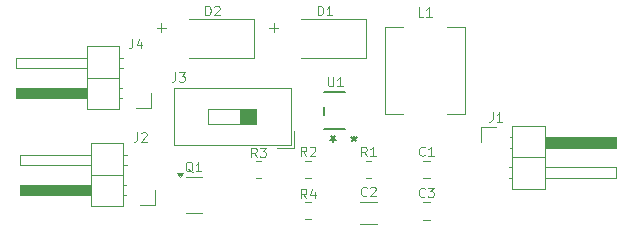
<source format=gbr>
%TF.GenerationSoftware,KiCad,Pcbnew,9.0.4*%
%TF.CreationDate,2025-10-16T10:52:12+01:00*%
%TF.ProjectId,tinySolarSupply,74696e79-536f-46c6-9172-537570706c79,rev?*%
%TF.SameCoordinates,Original*%
%TF.FileFunction,Legend,Top*%
%TF.FilePolarity,Positive*%
%FSLAX46Y46*%
G04 Gerber Fmt 4.6, Leading zero omitted, Abs format (unit mm)*
G04 Created by KiCad (PCBNEW 9.0.4) date 2025-10-16 10:52:12*
%MOMM*%
%LPD*%
G01*
G04 APERTURE LIST*
%ADD10C,0.100000*%
%ADD11C,0.150000*%
%ADD12C,0.152400*%
%ADD13C,0.120000*%
G04 APERTURE END LIST*
D10*
X116303884Y-136491466D02*
X117065789Y-136491466D01*
X116684836Y-136872419D02*
X116684836Y-136110514D01*
X106803884Y-136491466D02*
X107565789Y-136491466D01*
X107184836Y-136872419D02*
X107184836Y-136110514D01*
X121290476Y-140664895D02*
X121290476Y-141312514D01*
X121290476Y-141312514D02*
X121328571Y-141388704D01*
X121328571Y-141388704D02*
X121366666Y-141426800D01*
X121366666Y-141426800D02*
X121442857Y-141464895D01*
X121442857Y-141464895D02*
X121595238Y-141464895D01*
X121595238Y-141464895D02*
X121671428Y-141426800D01*
X121671428Y-141426800D02*
X121709523Y-141388704D01*
X121709523Y-141388704D02*
X121747619Y-141312514D01*
X121747619Y-141312514D02*
X121747619Y-140664895D01*
X122547618Y-141464895D02*
X122090475Y-141464895D01*
X122319047Y-141464895D02*
X122319047Y-140664895D01*
X122319047Y-140664895D02*
X122242856Y-140779180D01*
X122242856Y-140779180D02*
X122166666Y-140855371D01*
X122166666Y-140855371D02*
X122090475Y-140893466D01*
D11*
X121724901Y-146145178D02*
X121724901Y-145907083D01*
X121962996Y-146002321D02*
X121724901Y-145907083D01*
X121724901Y-145907083D02*
X121486806Y-146002321D01*
X121867758Y-145716607D02*
X121724901Y-145907083D01*
X121724901Y-145907083D02*
X121582044Y-145716607D01*
X123478901Y-145655818D02*
X123478901Y-145893913D01*
X123240806Y-145798675D02*
X123478901Y-145893913D01*
X123478901Y-145893913D02*
X123716996Y-145798675D01*
X123336044Y-146084389D02*
X123478901Y-145893913D01*
X123478901Y-145893913D02*
X123621758Y-146084389D01*
D10*
X129366666Y-135564895D02*
X128985714Y-135564895D01*
X128985714Y-135564895D02*
X128985714Y-134764895D01*
X130052380Y-135564895D02*
X129595237Y-135564895D01*
X129823809Y-135564895D02*
X129823809Y-134764895D01*
X129823809Y-134764895D02*
X129747618Y-134879180D01*
X129747618Y-134879180D02*
X129671428Y-134955371D01*
X129671428Y-134955371D02*
X129595237Y-134993466D01*
X115266667Y-147464895D02*
X115000000Y-147083942D01*
X114809524Y-147464895D02*
X114809524Y-146664895D01*
X114809524Y-146664895D02*
X115114286Y-146664895D01*
X115114286Y-146664895D02*
X115190476Y-146702990D01*
X115190476Y-146702990D02*
X115228571Y-146741085D01*
X115228571Y-146741085D02*
X115266667Y-146817276D01*
X115266667Y-146817276D02*
X115266667Y-146931561D01*
X115266667Y-146931561D02*
X115228571Y-147007752D01*
X115228571Y-147007752D02*
X115190476Y-147045847D01*
X115190476Y-147045847D02*
X115114286Y-147083942D01*
X115114286Y-147083942D02*
X114809524Y-147083942D01*
X115533333Y-146664895D02*
X116028571Y-146664895D01*
X116028571Y-146664895D02*
X115761905Y-146969657D01*
X115761905Y-146969657D02*
X115876190Y-146969657D01*
X115876190Y-146969657D02*
X115952381Y-147007752D01*
X115952381Y-147007752D02*
X115990476Y-147045847D01*
X115990476Y-147045847D02*
X116028571Y-147122038D01*
X116028571Y-147122038D02*
X116028571Y-147312514D01*
X116028571Y-147312514D02*
X115990476Y-147388704D01*
X115990476Y-147388704D02*
X115952381Y-147426800D01*
X115952381Y-147426800D02*
X115876190Y-147464895D01*
X115876190Y-147464895D02*
X115647619Y-147464895D01*
X115647619Y-147464895D02*
X115571428Y-147426800D01*
X115571428Y-147426800D02*
X115533333Y-147388704D01*
X108358333Y-140264895D02*
X108358333Y-140836323D01*
X108358333Y-140836323D02*
X108320238Y-140950609D01*
X108320238Y-140950609D02*
X108244047Y-141026800D01*
X108244047Y-141026800D02*
X108129762Y-141064895D01*
X108129762Y-141064895D02*
X108053571Y-141064895D01*
X108663095Y-140264895D02*
X109158333Y-140264895D01*
X109158333Y-140264895D02*
X108891667Y-140569657D01*
X108891667Y-140569657D02*
X109005952Y-140569657D01*
X109005952Y-140569657D02*
X109082143Y-140607752D01*
X109082143Y-140607752D02*
X109120238Y-140645847D01*
X109120238Y-140645847D02*
X109158333Y-140722038D01*
X109158333Y-140722038D02*
X109158333Y-140912514D01*
X109158333Y-140912514D02*
X109120238Y-140988704D01*
X109120238Y-140988704D02*
X109082143Y-141026800D01*
X109082143Y-141026800D02*
X109005952Y-141064895D01*
X109005952Y-141064895D02*
X108777381Y-141064895D01*
X108777381Y-141064895D02*
X108701190Y-141026800D01*
X108701190Y-141026800D02*
X108663095Y-140988704D01*
X135233333Y-143664895D02*
X135233333Y-144236323D01*
X135233333Y-144236323D02*
X135195238Y-144350609D01*
X135195238Y-144350609D02*
X135119047Y-144426800D01*
X135119047Y-144426800D02*
X135004762Y-144464895D01*
X135004762Y-144464895D02*
X134928571Y-144464895D01*
X136033333Y-144464895D02*
X135576190Y-144464895D01*
X135804762Y-144464895D02*
X135804762Y-143664895D01*
X135804762Y-143664895D02*
X135728571Y-143779180D01*
X135728571Y-143779180D02*
X135652381Y-143855371D01*
X135652381Y-143855371D02*
X135576190Y-143893466D01*
X105133333Y-145364895D02*
X105133333Y-145936323D01*
X105133333Y-145936323D02*
X105095238Y-146050609D01*
X105095238Y-146050609D02*
X105019047Y-146126800D01*
X105019047Y-146126800D02*
X104904762Y-146164895D01*
X104904762Y-146164895D02*
X104828571Y-146164895D01*
X105476190Y-145441085D02*
X105514286Y-145402990D01*
X105514286Y-145402990D02*
X105590476Y-145364895D01*
X105590476Y-145364895D02*
X105780952Y-145364895D01*
X105780952Y-145364895D02*
X105857143Y-145402990D01*
X105857143Y-145402990D02*
X105895238Y-145441085D01*
X105895238Y-145441085D02*
X105933333Y-145517276D01*
X105933333Y-145517276D02*
X105933333Y-145593466D01*
X105933333Y-145593466D02*
X105895238Y-145707752D01*
X105895238Y-145707752D02*
X105438095Y-146164895D01*
X105438095Y-146164895D02*
X105933333Y-146164895D01*
X129466667Y-147288704D02*
X129428571Y-147326800D01*
X129428571Y-147326800D02*
X129314286Y-147364895D01*
X129314286Y-147364895D02*
X129238095Y-147364895D01*
X129238095Y-147364895D02*
X129123809Y-147326800D01*
X129123809Y-147326800D02*
X129047619Y-147250609D01*
X129047619Y-147250609D02*
X129009524Y-147174419D01*
X129009524Y-147174419D02*
X128971428Y-147022038D01*
X128971428Y-147022038D02*
X128971428Y-146907752D01*
X128971428Y-146907752D02*
X129009524Y-146755371D01*
X129009524Y-146755371D02*
X129047619Y-146679180D01*
X129047619Y-146679180D02*
X129123809Y-146602990D01*
X129123809Y-146602990D02*
X129238095Y-146564895D01*
X129238095Y-146564895D02*
X129314286Y-146564895D01*
X129314286Y-146564895D02*
X129428571Y-146602990D01*
X129428571Y-146602990D02*
X129466667Y-146641085D01*
X130228571Y-147364895D02*
X129771428Y-147364895D01*
X130000000Y-147364895D02*
X130000000Y-146564895D01*
X130000000Y-146564895D02*
X129923809Y-146679180D01*
X129923809Y-146679180D02*
X129847619Y-146755371D01*
X129847619Y-146755371D02*
X129771428Y-146793466D01*
X120409524Y-135464895D02*
X120409524Y-134664895D01*
X120409524Y-134664895D02*
X120600000Y-134664895D01*
X120600000Y-134664895D02*
X120714286Y-134702990D01*
X120714286Y-134702990D02*
X120790476Y-134779180D01*
X120790476Y-134779180D02*
X120828571Y-134855371D01*
X120828571Y-134855371D02*
X120866667Y-135007752D01*
X120866667Y-135007752D02*
X120866667Y-135122038D01*
X120866667Y-135122038D02*
X120828571Y-135274419D01*
X120828571Y-135274419D02*
X120790476Y-135350609D01*
X120790476Y-135350609D02*
X120714286Y-135426800D01*
X120714286Y-135426800D02*
X120600000Y-135464895D01*
X120600000Y-135464895D02*
X120409524Y-135464895D01*
X121628571Y-135464895D02*
X121171428Y-135464895D01*
X121400000Y-135464895D02*
X121400000Y-134664895D01*
X121400000Y-134664895D02*
X121323809Y-134779180D01*
X121323809Y-134779180D02*
X121247619Y-134855371D01*
X121247619Y-134855371D02*
X121171428Y-134893466D01*
X119466667Y-150964895D02*
X119200000Y-150583942D01*
X119009524Y-150964895D02*
X119009524Y-150164895D01*
X119009524Y-150164895D02*
X119314286Y-150164895D01*
X119314286Y-150164895D02*
X119390476Y-150202990D01*
X119390476Y-150202990D02*
X119428571Y-150241085D01*
X119428571Y-150241085D02*
X119466667Y-150317276D01*
X119466667Y-150317276D02*
X119466667Y-150431561D01*
X119466667Y-150431561D02*
X119428571Y-150507752D01*
X119428571Y-150507752D02*
X119390476Y-150545847D01*
X119390476Y-150545847D02*
X119314286Y-150583942D01*
X119314286Y-150583942D02*
X119009524Y-150583942D01*
X120152381Y-150431561D02*
X120152381Y-150964895D01*
X119961905Y-150126800D02*
X119771428Y-150698228D01*
X119771428Y-150698228D02*
X120266667Y-150698228D01*
X119466667Y-147364895D02*
X119200000Y-146983942D01*
X119009524Y-147364895D02*
X119009524Y-146564895D01*
X119009524Y-146564895D02*
X119314286Y-146564895D01*
X119314286Y-146564895D02*
X119390476Y-146602990D01*
X119390476Y-146602990D02*
X119428571Y-146641085D01*
X119428571Y-146641085D02*
X119466667Y-146717276D01*
X119466667Y-146717276D02*
X119466667Y-146831561D01*
X119466667Y-146831561D02*
X119428571Y-146907752D01*
X119428571Y-146907752D02*
X119390476Y-146945847D01*
X119390476Y-146945847D02*
X119314286Y-146983942D01*
X119314286Y-146983942D02*
X119009524Y-146983942D01*
X119771428Y-146641085D02*
X119809524Y-146602990D01*
X119809524Y-146602990D02*
X119885714Y-146564895D01*
X119885714Y-146564895D02*
X120076190Y-146564895D01*
X120076190Y-146564895D02*
X120152381Y-146602990D01*
X120152381Y-146602990D02*
X120190476Y-146641085D01*
X120190476Y-146641085D02*
X120228571Y-146717276D01*
X120228571Y-146717276D02*
X120228571Y-146793466D01*
X120228571Y-146793466D02*
X120190476Y-146907752D01*
X120190476Y-146907752D02*
X119733333Y-147364895D01*
X119733333Y-147364895D02*
X120228571Y-147364895D01*
X124566667Y-147389895D02*
X124300000Y-147008942D01*
X124109524Y-147389895D02*
X124109524Y-146589895D01*
X124109524Y-146589895D02*
X124414286Y-146589895D01*
X124414286Y-146589895D02*
X124490476Y-146627990D01*
X124490476Y-146627990D02*
X124528571Y-146666085D01*
X124528571Y-146666085D02*
X124566667Y-146742276D01*
X124566667Y-146742276D02*
X124566667Y-146856561D01*
X124566667Y-146856561D02*
X124528571Y-146932752D01*
X124528571Y-146932752D02*
X124490476Y-146970847D01*
X124490476Y-146970847D02*
X124414286Y-147008942D01*
X124414286Y-147008942D02*
X124109524Y-147008942D01*
X125328571Y-147389895D02*
X124871428Y-147389895D01*
X125100000Y-147389895D02*
X125100000Y-146589895D01*
X125100000Y-146589895D02*
X125023809Y-146704180D01*
X125023809Y-146704180D02*
X124947619Y-146780371D01*
X124947619Y-146780371D02*
X124871428Y-146818466D01*
X109823809Y-148741085D02*
X109747619Y-148702990D01*
X109747619Y-148702990D02*
X109671428Y-148626800D01*
X109671428Y-148626800D02*
X109557142Y-148512514D01*
X109557142Y-148512514D02*
X109480952Y-148474419D01*
X109480952Y-148474419D02*
X109404761Y-148474419D01*
X109442857Y-148664895D02*
X109366666Y-148626800D01*
X109366666Y-148626800D02*
X109290476Y-148550609D01*
X109290476Y-148550609D02*
X109252380Y-148398228D01*
X109252380Y-148398228D02*
X109252380Y-148131561D01*
X109252380Y-148131561D02*
X109290476Y-147979180D01*
X109290476Y-147979180D02*
X109366666Y-147902990D01*
X109366666Y-147902990D02*
X109442857Y-147864895D01*
X109442857Y-147864895D02*
X109595238Y-147864895D01*
X109595238Y-147864895D02*
X109671428Y-147902990D01*
X109671428Y-147902990D02*
X109747619Y-147979180D01*
X109747619Y-147979180D02*
X109785714Y-148131561D01*
X109785714Y-148131561D02*
X109785714Y-148398228D01*
X109785714Y-148398228D02*
X109747619Y-148550609D01*
X109747619Y-148550609D02*
X109671428Y-148626800D01*
X109671428Y-148626800D02*
X109595238Y-148664895D01*
X109595238Y-148664895D02*
X109442857Y-148664895D01*
X110547618Y-148664895D02*
X110090475Y-148664895D01*
X110319047Y-148664895D02*
X110319047Y-147864895D01*
X110319047Y-147864895D02*
X110242856Y-147979180D01*
X110242856Y-147979180D02*
X110166666Y-148055371D01*
X110166666Y-148055371D02*
X110090475Y-148093466D01*
X110909524Y-135464895D02*
X110909524Y-134664895D01*
X110909524Y-134664895D02*
X111100000Y-134664895D01*
X111100000Y-134664895D02*
X111214286Y-134702990D01*
X111214286Y-134702990D02*
X111290476Y-134779180D01*
X111290476Y-134779180D02*
X111328571Y-134855371D01*
X111328571Y-134855371D02*
X111366667Y-135007752D01*
X111366667Y-135007752D02*
X111366667Y-135122038D01*
X111366667Y-135122038D02*
X111328571Y-135274419D01*
X111328571Y-135274419D02*
X111290476Y-135350609D01*
X111290476Y-135350609D02*
X111214286Y-135426800D01*
X111214286Y-135426800D02*
X111100000Y-135464895D01*
X111100000Y-135464895D02*
X110909524Y-135464895D01*
X111671428Y-134741085D02*
X111709524Y-134702990D01*
X111709524Y-134702990D02*
X111785714Y-134664895D01*
X111785714Y-134664895D02*
X111976190Y-134664895D01*
X111976190Y-134664895D02*
X112052381Y-134702990D01*
X112052381Y-134702990D02*
X112090476Y-134741085D01*
X112090476Y-134741085D02*
X112128571Y-134817276D01*
X112128571Y-134817276D02*
X112128571Y-134893466D01*
X112128571Y-134893466D02*
X112090476Y-135007752D01*
X112090476Y-135007752D02*
X111633333Y-135464895D01*
X111633333Y-135464895D02*
X112128571Y-135464895D01*
X129466667Y-150788704D02*
X129428571Y-150826800D01*
X129428571Y-150826800D02*
X129314286Y-150864895D01*
X129314286Y-150864895D02*
X129238095Y-150864895D01*
X129238095Y-150864895D02*
X129123809Y-150826800D01*
X129123809Y-150826800D02*
X129047619Y-150750609D01*
X129047619Y-150750609D02*
X129009524Y-150674419D01*
X129009524Y-150674419D02*
X128971428Y-150522038D01*
X128971428Y-150522038D02*
X128971428Y-150407752D01*
X128971428Y-150407752D02*
X129009524Y-150255371D01*
X129009524Y-150255371D02*
X129047619Y-150179180D01*
X129047619Y-150179180D02*
X129123809Y-150102990D01*
X129123809Y-150102990D02*
X129238095Y-150064895D01*
X129238095Y-150064895D02*
X129314286Y-150064895D01*
X129314286Y-150064895D02*
X129428571Y-150102990D01*
X129428571Y-150102990D02*
X129466667Y-150141085D01*
X129733333Y-150064895D02*
X130228571Y-150064895D01*
X130228571Y-150064895D02*
X129961905Y-150369657D01*
X129961905Y-150369657D02*
X130076190Y-150369657D01*
X130076190Y-150369657D02*
X130152381Y-150407752D01*
X130152381Y-150407752D02*
X130190476Y-150445847D01*
X130190476Y-150445847D02*
X130228571Y-150522038D01*
X130228571Y-150522038D02*
X130228571Y-150712514D01*
X130228571Y-150712514D02*
X130190476Y-150788704D01*
X130190476Y-150788704D02*
X130152381Y-150826800D01*
X130152381Y-150826800D02*
X130076190Y-150864895D01*
X130076190Y-150864895D02*
X129847619Y-150864895D01*
X129847619Y-150864895D02*
X129771428Y-150826800D01*
X129771428Y-150826800D02*
X129733333Y-150788704D01*
X124566667Y-150688704D02*
X124528571Y-150726800D01*
X124528571Y-150726800D02*
X124414286Y-150764895D01*
X124414286Y-150764895D02*
X124338095Y-150764895D01*
X124338095Y-150764895D02*
X124223809Y-150726800D01*
X124223809Y-150726800D02*
X124147619Y-150650609D01*
X124147619Y-150650609D02*
X124109524Y-150574419D01*
X124109524Y-150574419D02*
X124071428Y-150422038D01*
X124071428Y-150422038D02*
X124071428Y-150307752D01*
X124071428Y-150307752D02*
X124109524Y-150155371D01*
X124109524Y-150155371D02*
X124147619Y-150079180D01*
X124147619Y-150079180D02*
X124223809Y-150002990D01*
X124223809Y-150002990D02*
X124338095Y-149964895D01*
X124338095Y-149964895D02*
X124414286Y-149964895D01*
X124414286Y-149964895D02*
X124528571Y-150002990D01*
X124528571Y-150002990D02*
X124566667Y-150041085D01*
X124871428Y-150041085D02*
X124909524Y-150002990D01*
X124909524Y-150002990D02*
X124985714Y-149964895D01*
X124985714Y-149964895D02*
X125176190Y-149964895D01*
X125176190Y-149964895D02*
X125252381Y-150002990D01*
X125252381Y-150002990D02*
X125290476Y-150041085D01*
X125290476Y-150041085D02*
X125328571Y-150117276D01*
X125328571Y-150117276D02*
X125328571Y-150193466D01*
X125328571Y-150193466D02*
X125290476Y-150307752D01*
X125290476Y-150307752D02*
X124833333Y-150764895D01*
X124833333Y-150764895D02*
X125328571Y-150764895D01*
X104733333Y-137464895D02*
X104733333Y-138036323D01*
X104733333Y-138036323D02*
X104695238Y-138150609D01*
X104695238Y-138150609D02*
X104619047Y-138226800D01*
X104619047Y-138226800D02*
X104504762Y-138264895D01*
X104504762Y-138264895D02*
X104428571Y-138264895D01*
X105457143Y-137731561D02*
X105457143Y-138264895D01*
X105266667Y-137426800D02*
X105076190Y-137998228D01*
X105076190Y-137998228D02*
X105571429Y-137998228D01*
D12*
%TO.C,U1*%
X120960751Y-145124799D02*
X122764151Y-145124799D01*
X120960751Y-143211738D02*
X120960751Y-143888260D01*
X122764151Y-141975199D02*
X120960751Y-141975199D01*
D13*
%TO.C,L1*%
X132900000Y-136430000D02*
X131400000Y-136430000D01*
X126100000Y-136430000D02*
X127600000Y-136430000D01*
X126100000Y-136430000D02*
X126100000Y-143830000D01*
X132900000Y-143830000D02*
X132900000Y-136430000D01*
X132900000Y-143830000D02*
X131400000Y-143830000D01*
X126100000Y-143830000D02*
X127600000Y-143830000D01*
%TO.C,R3*%
X115639564Y-149235000D02*
X115185436Y-149235000D01*
X115639564Y-147765000D02*
X115185436Y-147765000D01*
%TO.C,J3*%
X118380000Y-146660000D02*
X118380000Y-145277000D01*
X118380000Y-146660000D02*
X116997000Y-146660000D01*
X118140000Y-146420000D02*
X118140000Y-141580000D01*
X118140000Y-146420000D02*
X108240000Y-146420000D01*
X118140000Y-141580000D02*
X108240000Y-141580000D01*
X113866667Y-144635000D02*
X113866667Y-143365000D01*
X108240000Y-146420000D02*
X108240000Y-141580000D01*
X115220000Y-144635000D02*
X113866667Y-144635000D01*
X113866667Y-143365000D01*
X115220000Y-143365000D01*
X115220000Y-144635000D01*
G36*
X115220000Y-144635000D02*
G01*
X113866667Y-144635000D01*
X113866667Y-143365000D01*
X115220000Y-143365000D01*
X115220000Y-144635000D01*
G37*
X115220000Y-144635000D02*
X111160000Y-144635000D01*
X111160000Y-143365000D01*
X115220000Y-143365000D01*
X115220000Y-144635000D01*
%TO.C,J1*%
X134230000Y-144955000D02*
X135500000Y-144955000D01*
X134230000Y-146225000D02*
X134230000Y-144955000D01*
X136577358Y-148335000D02*
X136890000Y-148335000D01*
X136577358Y-149195000D02*
X136890000Y-149195000D01*
X136660000Y-145795000D02*
X136890000Y-145795000D01*
X136660000Y-146655000D02*
X136890000Y-146655000D01*
X136890000Y-144845000D02*
X136890000Y-150145000D01*
X136890000Y-147495000D02*
X139650000Y-147495000D01*
X136890000Y-150145000D02*
X139650000Y-150145000D01*
X139650000Y-144845000D02*
X136890000Y-144845000D01*
X139650000Y-148335000D02*
X145650000Y-148335000D01*
X139650000Y-150145000D02*
X139650000Y-144845000D01*
X145650000Y-148335000D02*
X145650000Y-149195000D01*
X145650000Y-149195000D02*
X139650000Y-149195000D01*
X139650000Y-145795000D02*
X145650000Y-145795000D01*
X145650000Y-146655000D01*
X139650000Y-146655000D01*
X139650000Y-145795000D01*
G36*
X139650000Y-145795000D02*
G01*
X145650000Y-145795000D01*
X145650000Y-146655000D01*
X139650000Y-146655000D01*
X139650000Y-145795000D01*
G37*
%TO.C,J2*%
X106605000Y-151485000D02*
X105335000Y-151485000D01*
X106605000Y-150215000D02*
X106605000Y-151485000D01*
X104257642Y-148105000D02*
X103945000Y-148105000D01*
X104257642Y-147245000D02*
X103945000Y-147245000D01*
X104175000Y-150645000D02*
X103945000Y-150645000D01*
X104175000Y-149785000D02*
X103945000Y-149785000D01*
X103945000Y-151595000D02*
X103945000Y-146295000D01*
X103945000Y-148945000D02*
X101185000Y-148945000D01*
X103945000Y-146295000D02*
X101185000Y-146295000D01*
X101185000Y-151595000D02*
X103945000Y-151595000D01*
X101185000Y-148105000D02*
X95185000Y-148105000D01*
X101185000Y-146295000D02*
X101185000Y-151595000D01*
X95185000Y-148105000D02*
X95185000Y-147245000D01*
X95185000Y-147245000D02*
X101185000Y-147245000D01*
X101185000Y-150645000D02*
X95185000Y-150645000D01*
X95185000Y-149785000D01*
X101185000Y-149785000D01*
X101185000Y-150645000D01*
G36*
X101185000Y-150645000D02*
G01*
X95185000Y-150645000D01*
X95185000Y-149785000D01*
X101185000Y-149785000D01*
X101185000Y-150645000D01*
G37*
%TO.C,C1*%
X129886252Y-147765000D02*
X129363748Y-147765000D01*
X129886252Y-149235000D02*
X129363748Y-149235000D01*
%TO.C,D1*%
X124510000Y-135780000D02*
X119000000Y-135780000D01*
X124510000Y-139080000D02*
X119000000Y-139080000D01*
X124510000Y-139080000D02*
X124510000Y-135780000D01*
%TO.C,R4*%
X119360436Y-152735000D02*
X119814564Y-152735000D01*
X119360436Y-151265000D02*
X119814564Y-151265000D01*
%TO.C,R2*%
X119814564Y-149235000D02*
X119360436Y-149235000D01*
X119814564Y-147765000D02*
X119360436Y-147765000D01*
%TO.C,R1*%
X124927064Y-149235000D02*
X124472936Y-149235000D01*
X124927064Y-147765000D02*
X124472936Y-147765000D01*
%TO.C,Q1*%
X109937500Y-149115000D02*
X109287500Y-149115000D01*
X109937500Y-149115000D02*
X110587500Y-149115000D01*
X109937500Y-152235000D02*
X109287500Y-152235000D01*
X109937500Y-152235000D02*
X110587500Y-152235000D01*
X108775000Y-149165000D02*
X108535000Y-148835000D01*
X109015000Y-148835000D01*
X108775000Y-149165000D01*
G36*
X108775000Y-149165000D02*
G01*
X108535000Y-148835000D01*
X109015000Y-148835000D01*
X108775000Y-149165000D01*
G37*
%TO.C,D2*%
X115010000Y-139080000D02*
X115010000Y-135780000D01*
X115010000Y-139080000D02*
X109500000Y-139080000D01*
X115010000Y-135780000D02*
X109500000Y-135780000D01*
%TO.C,C3*%
X129363748Y-151295000D02*
X129886252Y-151295000D01*
X129363748Y-152765000D02*
X129886252Y-152765000D01*
%TO.C,C2*%
X125411252Y-153110000D02*
X123988748Y-153110000D01*
X125411252Y-151290000D02*
X123988748Y-151290000D01*
%TO.C,J4*%
X106270000Y-143270000D02*
X105000000Y-143270000D01*
X106270000Y-142000000D02*
X106270000Y-143270000D01*
X103922642Y-139890000D02*
X103610000Y-139890000D01*
X103922642Y-139030000D02*
X103610000Y-139030000D01*
X103840000Y-142430000D02*
X103610000Y-142430000D01*
X103840000Y-141570000D02*
X103610000Y-141570000D01*
X103610000Y-143380000D02*
X103610000Y-138080000D01*
X103610000Y-140730000D02*
X100850000Y-140730000D01*
X103610000Y-138080000D02*
X100850000Y-138080000D01*
X100850000Y-143380000D02*
X103610000Y-143380000D01*
X100850000Y-139890000D02*
X94850000Y-139890000D01*
X100850000Y-138080000D02*
X100850000Y-143380000D01*
X94850000Y-139890000D02*
X94850000Y-139030000D01*
X94850000Y-139030000D02*
X100850000Y-139030000D01*
X100850000Y-142430000D02*
X94850000Y-142430000D01*
X94850000Y-141570000D01*
X100850000Y-141570000D01*
X100850000Y-142430000D01*
G36*
X100850000Y-142430000D02*
G01*
X94850000Y-142430000D01*
X94850000Y-141570000D01*
X100850000Y-141570000D01*
X100850000Y-142430000D01*
G37*
%TD*%
M02*

</source>
